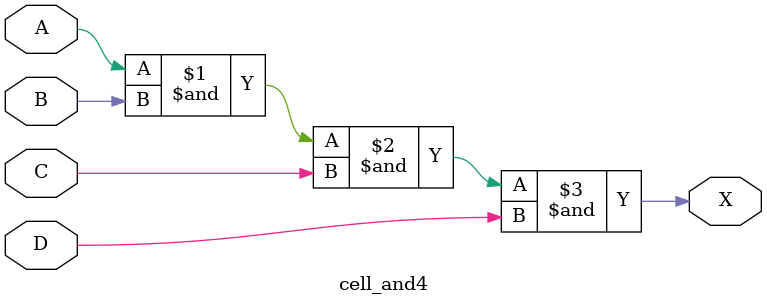
<source format=v>
`timescale 1ps/1ps
module cell_and4
(
    input wire A,
    input wire B,
    input wire C,
    input wire D,
    output wire X
);
    assign X = A & B & C & D;
endmodule

</source>
